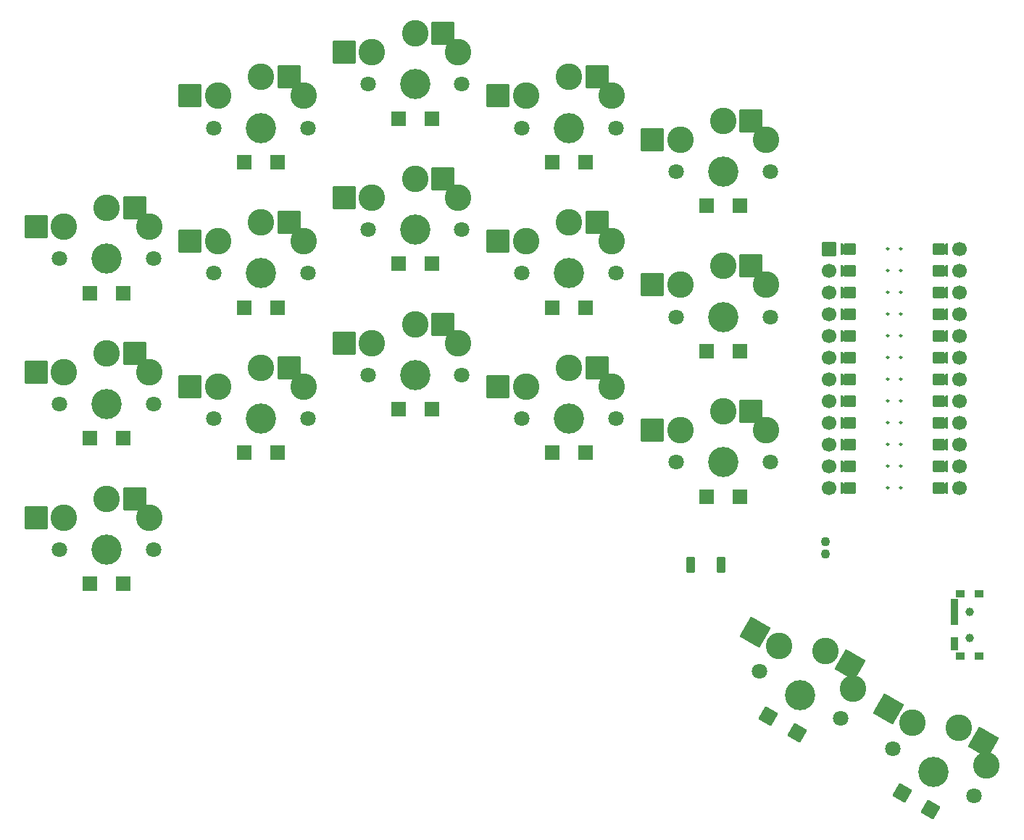
<source format=gbr>
%TF.GenerationSoftware,KiCad,Pcbnew,(6.0.6-1)-1*%
%TF.CreationDate,2023-03-28T00:01:58-05:00*%
%TF.ProjectId,smcboard,736d6362-6f61-4726-942e-6b696361645f,v1.0.0*%
%TF.SameCoordinates,Original*%
%TF.FileFunction,Soldermask,Top*%
%TF.FilePolarity,Negative*%
%FSLAX46Y46*%
G04 Gerber Fmt 4.6, Leading zero omitted, Abs format (unit mm)*
G04 Created by KiCad (PCBNEW (6.0.6-1)-1) date 2023-03-28 00:01:58*
%MOMM*%
%LPD*%
G01*
G04 APERTURE LIST*
G04 Aperture macros list*
%AMRoundRect*
0 Rectangle with rounded corners*
0 $1 Rounding radius*
0 $2 $3 $4 $5 $6 $7 $8 $9 X,Y pos of 4 corners*
0 Add a 4 corners polygon primitive as box body*
4,1,4,$2,$3,$4,$5,$6,$7,$8,$9,$2,$3,0*
0 Add four circle primitives for the rounded corners*
1,1,$1+$1,$2,$3*
1,1,$1+$1,$4,$5*
1,1,$1+$1,$6,$7*
1,1,$1+$1,$8,$9*
0 Add four rect primitives between the rounded corners*
20,1,$1+$1,$2,$3,$4,$5,0*
20,1,$1+$1,$4,$5,$6,$7,0*
20,1,$1+$1,$6,$7,$8,$9,0*
20,1,$1+$1,$8,$9,$2,$3,0*%
%AMFreePoly0*
4,1,14,0.635355,0.435355,0.650000,0.400000,0.650000,0.200000,0.635355,0.164645,0.035355,-0.435355,0.000000,-0.450000,-0.035355,-0.435355,-0.635355,0.164645,-0.650000,0.200000,-0.650000,0.400000,-0.635355,0.435355,-0.600000,0.450000,0.600000,0.450000,0.635355,0.435355,0.635355,0.435355,$1*%
%AMFreePoly1*
4,1,16,0.635355,1.035355,0.650000,1.000000,0.650000,-0.250000,0.635355,-0.285355,0.600000,-0.300000,-0.600000,-0.300000,-0.635355,-0.285355,-0.650000,-0.250000,-0.650000,1.000000,-0.635355,1.035355,-0.600000,1.050000,-0.564645,1.035355,0.000000,0.470710,0.564645,1.035355,0.600000,1.050000,0.635355,1.035355,0.635355,1.035355,$1*%
G04 Aperture macros list end*
%ADD10C,0.250000*%
%ADD11C,0.100000*%
%ADD12C,1.700000*%
%ADD13FreePoly0,90.000000*%
%ADD14FreePoly1,90.000000*%
%ADD15RoundRect,0.050000X-0.800000X0.800000X-0.800000X-0.800000X0.800000X-0.800000X0.800000X0.800000X0*%
%ADD16FreePoly1,270.000000*%
%ADD17FreePoly0,270.000000*%
%ADD18RoundRect,0.050000X-0.450000X-0.850000X0.450000X-0.850000X0.450000X0.850000X-0.450000X0.850000X0*%
%ADD19C,1.000000*%
%ADD20RoundRect,0.050000X-0.350000X-0.750000X0.350000X-0.750000X0.350000X0.750000X-0.350000X0.750000X0*%
%ADD21RoundRect,0.050000X-0.500000X-0.400000X0.500000X-0.400000X0.500000X0.400000X-0.500000X0.400000X0*%
%ADD22C,1.100000*%
%ADD23C,3.529000*%
%ADD24C,1.801800*%
%ADD25C,3.100000*%
%ADD26RoundRect,0.050000X-1.300000X-1.300000X1.300000X-1.300000X1.300000X1.300000X-1.300000X1.300000X0*%
%ADD27RoundRect,0.050000X-1.775833X-0.475833X0.475833X-1.775833X1.775833X0.475833X-0.475833X1.775833X0*%
%ADD28RoundRect,0.050000X0.825000X0.825000X-0.825000X0.825000X-0.825000X-0.825000X0.825000X-0.825000X0*%
%ADD29RoundRect,0.050000X-0.825000X-0.825000X0.825000X-0.825000X0.825000X0.825000X-0.825000X0.825000X0*%
%ADD30RoundRect,0.050000X1.126971X0.301971X-0.301971X1.126971X-1.126971X-0.301971X0.301971X-1.126971X0*%
%ADD31RoundRect,0.050000X-1.126971X-0.301971X0.301971X-1.126971X1.126971X0.301971X-0.301971X1.126971X0*%
G04 APERTURE END LIST*
D10*
%TO.C,MCU1*%
X240638000Y-158770000D02*
G75*
G03*
X240638000Y-158770000I-125000J0D01*
G01*
X242162000Y-158770000D02*
G75*
G03*
X242162000Y-158770000I-125000J0D01*
G01*
X240638000Y-156230000D02*
G75*
G03*
X240638000Y-156230000I-125000J0D01*
G01*
X242162000Y-156230000D02*
G75*
G03*
X242162000Y-156230000I-125000J0D01*
G01*
X240638000Y-153690000D02*
G75*
G03*
X240638000Y-153690000I-125000J0D01*
G01*
X242162000Y-153690000D02*
G75*
G03*
X242162000Y-153690000I-125000J0D01*
G01*
X240638000Y-151150000D02*
G75*
G03*
X240638000Y-151150000I-125000J0D01*
G01*
X242162000Y-151150000D02*
G75*
G03*
X242162000Y-151150000I-125000J0D01*
G01*
X240638000Y-148610000D02*
G75*
G03*
X240638000Y-148610000I-125000J0D01*
G01*
X242162000Y-148610000D02*
G75*
G03*
X242162000Y-148610000I-125000J0D01*
G01*
X240638000Y-146070000D02*
G75*
G03*
X240638000Y-146070000I-125000J0D01*
G01*
X242162000Y-146070000D02*
G75*
G03*
X242162000Y-146070000I-125000J0D01*
G01*
X240638000Y-143530000D02*
G75*
G03*
X240638000Y-143530000I-125000J0D01*
G01*
X242162000Y-143530000D02*
G75*
G03*
X242162000Y-143530000I-125000J0D01*
G01*
X240638000Y-140990000D02*
G75*
G03*
X240638000Y-140990000I-125000J0D01*
G01*
X242162000Y-140990000D02*
G75*
G03*
X242162000Y-140990000I-125000J0D01*
G01*
X240638000Y-138450000D02*
G75*
G03*
X240638000Y-138450000I-125000J0D01*
G01*
X242162000Y-138450000D02*
G75*
G03*
X242162000Y-138450000I-125000J0D01*
G01*
X240638000Y-135910000D02*
G75*
G03*
X240638000Y-135910000I-125000J0D01*
G01*
X242162000Y-135910000D02*
G75*
G03*
X242162000Y-135910000I-125000J0D01*
G01*
X242162000Y-133370000D02*
G75*
G03*
X242162000Y-133370000I-125000J0D01*
G01*
X240638000Y-133370000D02*
G75*
G03*
X240638000Y-133370000I-125000J0D01*
G01*
X240638000Y-130830000D02*
G75*
G03*
X240638000Y-130830000I-125000J0D01*
G01*
X242162000Y-130830000D02*
G75*
G03*
X242162000Y-130830000I-125000J0D01*
G01*
G36*
X247371000Y-131338000D02*
G01*
X246355000Y-131338000D01*
X246355000Y-130322000D01*
X247371000Y-130322000D01*
X247371000Y-131338000D01*
G37*
D11*
X247371000Y-131338000D02*
X246355000Y-131338000D01*
X246355000Y-130322000D01*
X247371000Y-130322000D01*
X247371000Y-131338000D01*
G36*
X247371000Y-146578000D02*
G01*
X246355000Y-146578000D01*
X246355000Y-145562000D01*
X247371000Y-145562000D01*
X247371000Y-146578000D01*
G37*
X247371000Y-146578000D02*
X246355000Y-146578000D01*
X246355000Y-145562000D01*
X247371000Y-145562000D01*
X247371000Y-146578000D01*
G36*
X247371000Y-133878000D02*
G01*
X246355000Y-133878000D01*
X246355000Y-132862000D01*
X247371000Y-132862000D01*
X247371000Y-133878000D01*
G37*
X247371000Y-133878000D02*
X246355000Y-133878000D01*
X246355000Y-132862000D01*
X247371000Y-132862000D01*
X247371000Y-133878000D01*
G36*
X247371000Y-136418000D02*
G01*
X246355000Y-136418000D01*
X246355000Y-135402000D01*
X247371000Y-135402000D01*
X247371000Y-136418000D01*
G37*
X247371000Y-136418000D02*
X246355000Y-136418000D01*
X246355000Y-135402000D01*
X247371000Y-135402000D01*
X247371000Y-136418000D01*
G36*
X247371000Y-141498000D02*
G01*
X246355000Y-141498000D01*
X246355000Y-140482000D01*
X247371000Y-140482000D01*
X247371000Y-141498000D01*
G37*
X247371000Y-141498000D02*
X246355000Y-141498000D01*
X246355000Y-140482000D01*
X247371000Y-140482000D01*
X247371000Y-141498000D01*
G36*
X247371000Y-144038000D02*
G01*
X246355000Y-144038000D01*
X246355000Y-143022000D01*
X247371000Y-143022000D01*
X247371000Y-144038000D01*
G37*
X247371000Y-144038000D02*
X246355000Y-144038000D01*
X246355000Y-143022000D01*
X247371000Y-143022000D01*
X247371000Y-144038000D01*
G36*
X247371000Y-151658000D02*
G01*
X246355000Y-151658000D01*
X246355000Y-150642000D01*
X247371000Y-150642000D01*
X247371000Y-151658000D01*
G37*
X247371000Y-151658000D02*
X246355000Y-151658000D01*
X246355000Y-150642000D01*
X247371000Y-150642000D01*
X247371000Y-151658000D01*
G36*
X247371000Y-156738000D02*
G01*
X246355000Y-156738000D01*
X246355000Y-155722000D01*
X247371000Y-155722000D01*
X247371000Y-156738000D01*
G37*
X247371000Y-156738000D02*
X246355000Y-156738000D01*
X246355000Y-155722000D01*
X247371000Y-155722000D01*
X247371000Y-156738000D01*
G36*
X247371000Y-138958000D02*
G01*
X246355000Y-138958000D01*
X246355000Y-137942000D01*
X247371000Y-137942000D01*
X247371000Y-138958000D01*
G37*
X247371000Y-138958000D02*
X246355000Y-138958000D01*
X246355000Y-137942000D01*
X247371000Y-137942000D01*
X247371000Y-138958000D01*
G36*
X247371000Y-149118000D02*
G01*
X246355000Y-149118000D01*
X246355000Y-148102000D01*
X247371000Y-148102000D01*
X247371000Y-149118000D01*
G37*
X247371000Y-149118000D02*
X246355000Y-149118000D01*
X246355000Y-148102000D01*
X247371000Y-148102000D01*
X247371000Y-149118000D01*
G36*
X247371000Y-154198000D02*
G01*
X246355000Y-154198000D01*
X246355000Y-153182000D01*
X247371000Y-153182000D01*
X247371000Y-154198000D01*
G37*
X247371000Y-154198000D02*
X246355000Y-154198000D01*
X246355000Y-153182000D01*
X247371000Y-153182000D01*
X247371000Y-154198000D01*
G36*
X247371000Y-159278000D02*
G01*
X246355000Y-159278000D01*
X246355000Y-158262000D01*
X247371000Y-158262000D01*
X247371000Y-159278000D01*
G37*
X247371000Y-159278000D02*
X246355000Y-159278000D01*
X246355000Y-158262000D01*
X247371000Y-158262000D01*
X247371000Y-159278000D01*
G36*
X236195000Y-159278000D02*
G01*
X235179000Y-159278000D01*
X235179000Y-158262000D01*
X236195000Y-158262000D01*
X236195000Y-159278000D01*
G37*
X236195000Y-159278000D02*
X235179000Y-159278000D01*
X235179000Y-158262000D01*
X236195000Y-158262000D01*
X236195000Y-159278000D01*
G36*
X236195000Y-156738000D02*
G01*
X235179000Y-156738000D01*
X235179000Y-155722000D01*
X236195000Y-155722000D01*
X236195000Y-156738000D01*
G37*
X236195000Y-156738000D02*
X235179000Y-156738000D01*
X235179000Y-155722000D01*
X236195000Y-155722000D01*
X236195000Y-156738000D01*
G36*
X236195000Y-154198000D02*
G01*
X235179000Y-154198000D01*
X235179000Y-153182000D01*
X236195000Y-153182000D01*
X236195000Y-154198000D01*
G37*
X236195000Y-154198000D02*
X235179000Y-154198000D01*
X235179000Y-153182000D01*
X236195000Y-153182000D01*
X236195000Y-154198000D01*
G36*
X236195000Y-151658000D02*
G01*
X235179000Y-151658000D01*
X235179000Y-150642000D01*
X236195000Y-150642000D01*
X236195000Y-151658000D01*
G37*
X236195000Y-151658000D02*
X235179000Y-151658000D01*
X235179000Y-150642000D01*
X236195000Y-150642000D01*
X236195000Y-151658000D01*
G36*
X236195000Y-149118000D02*
G01*
X235179000Y-149118000D01*
X235179000Y-148102000D01*
X236195000Y-148102000D01*
X236195000Y-149118000D01*
G37*
X236195000Y-149118000D02*
X235179000Y-149118000D01*
X235179000Y-148102000D01*
X236195000Y-148102000D01*
X236195000Y-149118000D01*
G36*
X236195000Y-146578000D02*
G01*
X235179000Y-146578000D01*
X235179000Y-145562000D01*
X236195000Y-145562000D01*
X236195000Y-146578000D01*
G37*
X236195000Y-146578000D02*
X235179000Y-146578000D01*
X235179000Y-145562000D01*
X236195000Y-145562000D01*
X236195000Y-146578000D01*
G36*
X236195000Y-144038000D02*
G01*
X235179000Y-144038000D01*
X235179000Y-143022000D01*
X236195000Y-143022000D01*
X236195000Y-144038000D01*
G37*
X236195000Y-144038000D02*
X235179000Y-144038000D01*
X235179000Y-143022000D01*
X236195000Y-143022000D01*
X236195000Y-144038000D01*
G36*
X236195000Y-141498000D02*
G01*
X235179000Y-141498000D01*
X235179000Y-140482000D01*
X236195000Y-140482000D01*
X236195000Y-141498000D01*
G37*
X236195000Y-141498000D02*
X235179000Y-141498000D01*
X235179000Y-140482000D01*
X236195000Y-140482000D01*
X236195000Y-141498000D01*
G36*
X236195000Y-138958000D02*
G01*
X235179000Y-138958000D01*
X235179000Y-137942000D01*
X236195000Y-137942000D01*
X236195000Y-138958000D01*
G37*
X236195000Y-138958000D02*
X235179000Y-138958000D01*
X235179000Y-137942000D01*
X236195000Y-137942000D01*
X236195000Y-138958000D01*
G36*
X236195000Y-136418000D02*
G01*
X235179000Y-136418000D01*
X235179000Y-135402000D01*
X236195000Y-135402000D01*
X236195000Y-136418000D01*
G37*
X236195000Y-136418000D02*
X235179000Y-136418000D01*
X235179000Y-135402000D01*
X236195000Y-135402000D01*
X236195000Y-136418000D01*
G36*
X236195000Y-133878000D02*
G01*
X235179000Y-133878000D01*
X235179000Y-132862000D01*
X236195000Y-132862000D01*
X236195000Y-133878000D01*
G37*
X236195000Y-133878000D02*
X235179000Y-133878000D01*
X235179000Y-132862000D01*
X236195000Y-132862000D01*
X236195000Y-133878000D01*
G36*
X236195000Y-131338000D02*
G01*
X235179000Y-131338000D01*
X235179000Y-130322000D01*
X236195000Y-130322000D01*
X236195000Y-131338000D01*
G37*
X236195000Y-131338000D02*
X235179000Y-131338000D01*
X235179000Y-130322000D01*
X236195000Y-130322000D01*
X236195000Y-131338000D01*
%TD*%
D12*
%TO.C,MCU1*%
X233655000Y-130830000D03*
X233655000Y-133370000D03*
X233655000Y-135910000D03*
X233655000Y-138450000D03*
X233655000Y-140990000D03*
X233655000Y-143530000D03*
X233655000Y-146070000D03*
X233655000Y-148610000D03*
X233655000Y-151150000D03*
X233655000Y-153690000D03*
X233655000Y-156230000D03*
X233655000Y-158770000D03*
X248895000Y-158770000D03*
X248895000Y-156230000D03*
X248895000Y-153690000D03*
X248895000Y-151150000D03*
X248895000Y-148610000D03*
X248895000Y-146070000D03*
X248895000Y-143530000D03*
X248895000Y-140990000D03*
X248895000Y-138450000D03*
X248895000Y-135910000D03*
X248895000Y-133370000D03*
X248895000Y-130830000D03*
D13*
X235433000Y-130830000D03*
D14*
X236449000Y-130830000D03*
D15*
X233655000Y-130830000D03*
D13*
X235433000Y-133370000D03*
D14*
X236449000Y-133370000D03*
D13*
X235433000Y-135910000D03*
D14*
X236449000Y-135910000D03*
D13*
X235433000Y-138450000D03*
D14*
X236449000Y-138450000D03*
D13*
X235433000Y-140990000D03*
D14*
X236449000Y-140990000D03*
D13*
X235433000Y-143530000D03*
D14*
X236449000Y-143530000D03*
D13*
X235433000Y-146070000D03*
D14*
X236449000Y-146070000D03*
D13*
X235433000Y-148610000D03*
D14*
X236449000Y-148610000D03*
D13*
X235433000Y-151150000D03*
D14*
X236449000Y-151150000D03*
D13*
X235433000Y-153690000D03*
D14*
X236449000Y-153690000D03*
D13*
X235433000Y-156230000D03*
D14*
X236449000Y-156230000D03*
D13*
X235433000Y-158770000D03*
D14*
X236449000Y-158770000D03*
D16*
X246101000Y-130830000D03*
X246101000Y-135910000D03*
D17*
X247117000Y-135910000D03*
X247117000Y-130830000D03*
D16*
X246101000Y-133370000D03*
X246101000Y-138450000D03*
D17*
X247117000Y-133370000D03*
X247117000Y-138450000D03*
D16*
X246101000Y-143530000D03*
X246101000Y-146070000D03*
D17*
X247117000Y-146070000D03*
D16*
X246101000Y-148610000D03*
X246101000Y-158770000D03*
D17*
X247117000Y-148610000D03*
X247117000Y-158770000D03*
D16*
X246101000Y-151150000D03*
D17*
X247117000Y-140990000D03*
X247117000Y-143530000D03*
X247117000Y-151150000D03*
D16*
X246101000Y-153690000D03*
D17*
X247117000Y-153690000D03*
X247117000Y-156230000D03*
D16*
X246101000Y-156230000D03*
X246101000Y-140990000D03*
%TD*%
D18*
%TO.C,*%
X217475000Y-167800000D03*
X221075000Y-167800000D03*
%TD*%
D19*
%TO.C,*%
X250105000Y-176300000D03*
X250105000Y-173300000D03*
D20*
X248345000Y-177050000D03*
X248345000Y-174050000D03*
X248345000Y-172550000D03*
D21*
X251205000Y-178450000D03*
X251205000Y-171150000D03*
X248995000Y-171150000D03*
X248995000Y-178450000D03*
D19*
X250105000Y-176300000D03*
X250105000Y-173300000D03*
%TD*%
D22*
%TO.C,*%
X233275000Y-165050000D03*
X233275000Y-166550000D03*
%TD*%
D23*
%TO.C,S1*%
X149275000Y-166000000D03*
D24*
X154775000Y-166000000D03*
X143775000Y-166000000D03*
D25*
X154275000Y-162250000D03*
X149275000Y-160050000D03*
X144275000Y-162250000D03*
X149275000Y-160050000D03*
D26*
X152550000Y-160050000D03*
X141000000Y-162250000D03*
%TD*%
D23*
%TO.C,S2*%
X149275000Y-149000000D03*
D24*
X154775000Y-149000000D03*
X143775000Y-149000000D03*
D25*
X154275000Y-145250000D03*
X149275000Y-143050000D03*
X144275000Y-145250000D03*
X149275000Y-143050000D03*
D26*
X152550000Y-143050000D03*
X141000000Y-145250000D03*
%TD*%
D23*
%TO.C,S3*%
X149275000Y-132000000D03*
D24*
X154775000Y-132000000D03*
X143775000Y-132000000D03*
D25*
X154275000Y-128250000D03*
X149275000Y-126050000D03*
X144275000Y-128250000D03*
X149275000Y-126050000D03*
D26*
X152550000Y-126050000D03*
X141000000Y-128250000D03*
%TD*%
D23*
%TO.C,S4*%
X167275000Y-150700000D03*
D24*
X172775000Y-150700000D03*
X161775000Y-150700000D03*
D25*
X172275000Y-146950000D03*
X167275000Y-144750000D03*
X162275000Y-146950000D03*
X167275000Y-144750000D03*
D26*
X170550000Y-144750000D03*
X159000000Y-146950000D03*
%TD*%
D23*
%TO.C,S5*%
X167275000Y-133700000D03*
D24*
X172775000Y-133700000D03*
X161775000Y-133700000D03*
D25*
X172275000Y-129950000D03*
X167275000Y-127750000D03*
X162275000Y-129950000D03*
X167275000Y-127750000D03*
D26*
X170550000Y-127750000D03*
X159000000Y-129950000D03*
%TD*%
D23*
%TO.C,S6*%
X167275000Y-116700000D03*
D24*
X172775000Y-116700000D03*
X161775000Y-116700000D03*
D25*
X172275000Y-112950000D03*
X167275000Y-110750000D03*
X162275000Y-112950000D03*
X167275000Y-110750000D03*
D26*
X170550000Y-110750000D03*
X159000000Y-112950000D03*
%TD*%
D23*
%TO.C,S7*%
X185275000Y-145600000D03*
D24*
X190775000Y-145600000D03*
X179775000Y-145600000D03*
D25*
X190275000Y-141850000D03*
X185275000Y-139650000D03*
X180275000Y-141850000D03*
X185275000Y-139650000D03*
D26*
X188550000Y-139650000D03*
X177000000Y-141850000D03*
%TD*%
D23*
%TO.C,S8*%
X185275000Y-128600000D03*
D24*
X190775000Y-128600000D03*
X179775000Y-128600000D03*
D25*
X190275000Y-124850000D03*
X185275000Y-122650000D03*
X180275000Y-124850000D03*
X185275000Y-122650000D03*
D26*
X188550000Y-122650000D03*
X177000000Y-124850000D03*
%TD*%
D23*
%TO.C,S9*%
X185275000Y-111600000D03*
D24*
X190775000Y-111600000D03*
X179775000Y-111600000D03*
D25*
X190275000Y-107850000D03*
X185275000Y-105650000D03*
X180275000Y-107850000D03*
X185275000Y-105650000D03*
D26*
X188550000Y-105650000D03*
X177000000Y-107850000D03*
%TD*%
D23*
%TO.C,S10*%
X203275000Y-150700000D03*
D24*
X208775000Y-150700000D03*
X197775000Y-150700000D03*
D25*
X208275000Y-146950000D03*
X203275000Y-144750000D03*
X198275000Y-146950000D03*
X203275000Y-144750000D03*
D26*
X206550000Y-144750000D03*
X195000000Y-146950000D03*
%TD*%
D23*
%TO.C,S11*%
X203275000Y-133700000D03*
D24*
X208775000Y-133700000D03*
X197775000Y-133700000D03*
D25*
X208275000Y-129950000D03*
X203275000Y-127750000D03*
X198275000Y-129950000D03*
X203275000Y-127750000D03*
D26*
X206550000Y-127750000D03*
X195000000Y-129950000D03*
%TD*%
D23*
%TO.C,S12*%
X203275000Y-116700000D03*
D24*
X208775000Y-116700000D03*
X197775000Y-116700000D03*
D25*
X208275000Y-112950000D03*
X203275000Y-110750000D03*
X198275000Y-112950000D03*
X203275000Y-110750000D03*
D26*
X206550000Y-110750000D03*
X195000000Y-112950000D03*
%TD*%
D23*
%TO.C,S13*%
X221275000Y-155800000D03*
D24*
X226775000Y-155800000D03*
X215775000Y-155800000D03*
D25*
X226275000Y-152050000D03*
X221275000Y-149850000D03*
X216275000Y-152050000D03*
X221275000Y-149850000D03*
D26*
X224550000Y-149850000D03*
X213000000Y-152050000D03*
%TD*%
D23*
%TO.C,S14*%
X221275000Y-138800000D03*
D24*
X226775000Y-138800000D03*
X215775000Y-138800000D03*
D25*
X226275000Y-135050000D03*
X221275000Y-132850000D03*
X216275000Y-135050000D03*
X221275000Y-132850000D03*
D26*
X224550000Y-132850000D03*
X213000000Y-135050000D03*
%TD*%
D23*
%TO.C,S15*%
X221275000Y-121800000D03*
D24*
X226775000Y-121800000D03*
X215775000Y-121800000D03*
D25*
X226275000Y-118050000D03*
X221275000Y-115850000D03*
X216275000Y-118050000D03*
X221275000Y-115850000D03*
D26*
X224550000Y-115850000D03*
X213000000Y-118050000D03*
%TD*%
D23*
%TO.C,S16*%
X230275000Y-183000000D03*
D24*
X235038140Y-185750000D03*
X225511860Y-180250000D03*
D25*
X236480127Y-182252405D03*
X233250000Y-177847149D03*
X227819873Y-177252405D03*
X233250000Y-177847149D03*
D27*
X236086233Y-179484649D03*
X224983640Y-175614905D03*
%TD*%
D23*
%TO.C,S17*%
X245863457Y-192000000D03*
D24*
X250626597Y-194750000D03*
X241100317Y-189250000D03*
D25*
X252068584Y-191252405D03*
X248838457Y-186847149D03*
X243408330Y-186252405D03*
X248838457Y-186847149D03*
D27*
X251674690Y-188484649D03*
X240572097Y-184614905D03*
%TD*%
D28*
%TO.C,D1*%
X147325000Y-170000000D03*
D29*
X151225000Y-170000000D03*
%TD*%
D28*
%TO.C,D2*%
X147325000Y-153000000D03*
D29*
X151225000Y-153000000D03*
%TD*%
D28*
%TO.C,D3*%
X147325000Y-136000000D03*
D29*
X151225000Y-136000000D03*
%TD*%
D28*
%TO.C,D4*%
X165325000Y-154700000D03*
D29*
X169225000Y-154700000D03*
%TD*%
D28*
%TO.C,D5*%
X165325000Y-137700000D03*
D29*
X169225000Y-137700000D03*
%TD*%
D28*
%TO.C,D6*%
X165325000Y-120700000D03*
D29*
X169225000Y-120700000D03*
%TD*%
D28*
%TO.C,D7*%
X183325000Y-149600000D03*
D29*
X187225000Y-149600000D03*
%TD*%
D28*
%TO.C,D8*%
X183325000Y-132600000D03*
D29*
X187225000Y-132600000D03*
%TD*%
D28*
%TO.C,D9*%
X183325000Y-115600000D03*
D29*
X187225000Y-115600000D03*
%TD*%
D28*
%TO.C,D10*%
X201325000Y-154700000D03*
D29*
X205225000Y-154700000D03*
%TD*%
D28*
%TO.C,D11*%
X201325000Y-137700000D03*
D29*
X205225000Y-137700000D03*
%TD*%
D28*
%TO.C,D12*%
X201325000Y-120700000D03*
D29*
X205225000Y-120700000D03*
%TD*%
D28*
%TO.C,D13*%
X219325000Y-159800000D03*
D29*
X223225000Y-159800000D03*
%TD*%
D28*
%TO.C,D14*%
X219325000Y-142800000D03*
D29*
X223225000Y-142800000D03*
%TD*%
D28*
%TO.C,D15*%
X219325000Y-125800000D03*
D29*
X223225000Y-125800000D03*
%TD*%
D30*
%TO.C,D16*%
X226586250Y-185489102D03*
D31*
X229963750Y-187439102D03*
%TD*%
D30*
%TO.C,D17*%
X242174707Y-194489102D03*
D31*
X245552207Y-196439102D03*
%TD*%
M02*

</source>
